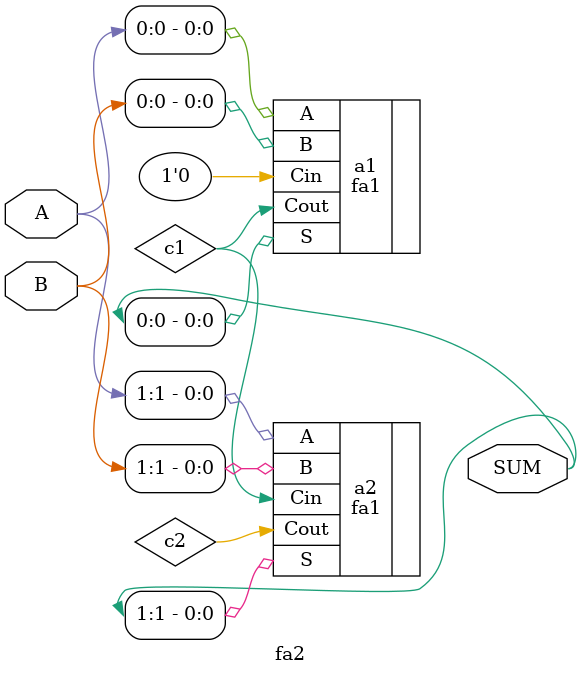
<source format=v>
module fa2(A, B, SUM);

    input [1:0] A, B;
    output [1:0]SUM;
    wire c1, c2;
    
    fa1 a1(.A(A[0]), .B(B[0]), .Cin(1'b0), .S(SUM[0]), .Cout(c1));
    fa1 a2(.A(A[1]), .B(B[1]), .Cin(c1), .S(SUM[1]), .Cout(c2));
            
endmodule
</source>
